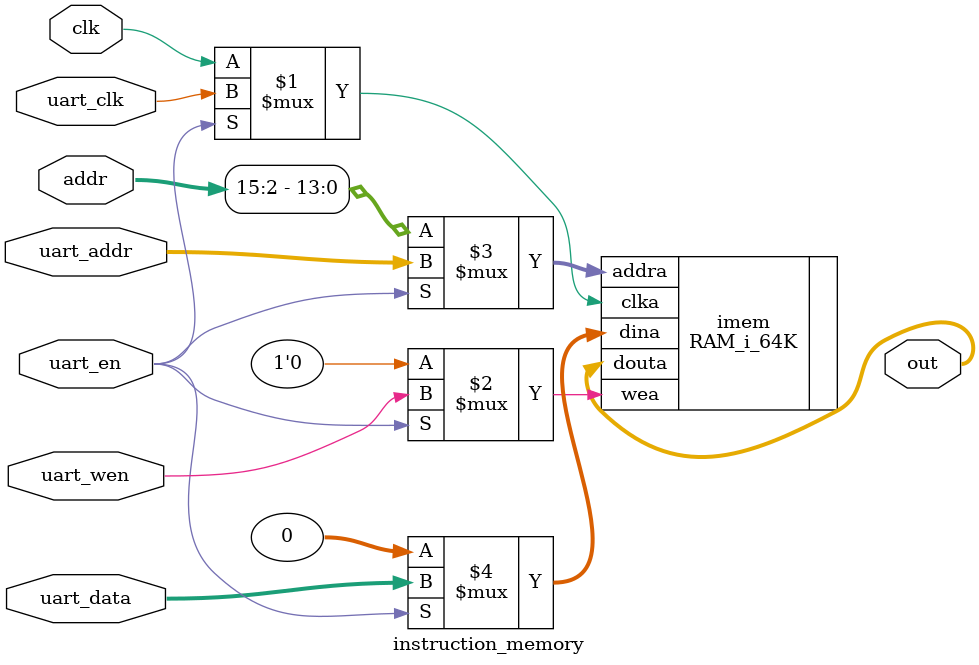
<source format=v>
`timescale 1ns / 1ps


module instruction_memory(
    input clk,
    input uart_clk,
    input uart_en,
    input uart_wen,
    input [31:0] addr,
    input [13:0] uart_addr,
    input [31:0] uart_data,
    
    output [31:0] out
    );

    RAM_i_64K imem(
        .clka(uart_en ? uart_clk : clk),
        .wea(uart_en ? uart_wen : 1'b0),
        .addra(uart_en ? uart_addr : addr[15:2]),
        .dina(uart_en ? uart_data : 0),
        .douta(out)
    );
    
endmodule

</source>
